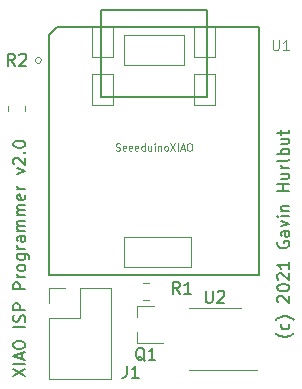
<source format=gbr>
%TF.GenerationSoftware,KiCad,Pcbnew,(5.1.9)-1*%
%TF.CreationDate,2021-01-02T03:16:18-08:00*%
%TF.ProjectId,xiao-isp-programmer,7869616f-2d69-4737-902d-70726f677261,rev?*%
%TF.SameCoordinates,Original*%
%TF.FileFunction,Legend,Top*%
%TF.FilePolarity,Positive*%
%FSLAX46Y46*%
G04 Gerber Fmt 4.6, Leading zero omitted, Abs format (unit mm)*
G04 Created by KiCad (PCBNEW (5.1.9)-1) date 2021-01-02 03:16:18*
%MOMM*%
%LPD*%
G01*
G04 APERTURE LIST*
%ADD10C,0.150000*%
%ADD11C,0.120000*%
%ADD12C,0.100000*%
%ADD13C,0.127000*%
%ADD14C,0.066040*%
%ADD15C,0.101600*%
%ADD16C,0.076200*%
G04 APERTURE END LIST*
D10*
X68905333Y-170940952D02*
X68857714Y-170988571D01*
X68714857Y-171083809D01*
X68619619Y-171131428D01*
X68476761Y-171179047D01*
X68238666Y-171226666D01*
X68048190Y-171226666D01*
X67810095Y-171179047D01*
X67667238Y-171131428D01*
X67572000Y-171083809D01*
X67429142Y-170988571D01*
X67381523Y-170940952D01*
X68476761Y-170131428D02*
X68524380Y-170226666D01*
X68524380Y-170417142D01*
X68476761Y-170512380D01*
X68429142Y-170560000D01*
X68333904Y-170607619D01*
X68048190Y-170607619D01*
X67952952Y-170560000D01*
X67905333Y-170512380D01*
X67857714Y-170417142D01*
X67857714Y-170226666D01*
X67905333Y-170131428D01*
X68905333Y-169798095D02*
X68857714Y-169750476D01*
X68714857Y-169655238D01*
X68619619Y-169607619D01*
X68476761Y-169560000D01*
X68238666Y-169512380D01*
X68048190Y-169512380D01*
X67810095Y-169560000D01*
X67667238Y-169607619D01*
X67572000Y-169655238D01*
X67429142Y-169750476D01*
X67381523Y-169798095D01*
X67619619Y-168321904D02*
X67572000Y-168274285D01*
X67524380Y-168179047D01*
X67524380Y-167940952D01*
X67572000Y-167845714D01*
X67619619Y-167798095D01*
X67714857Y-167750476D01*
X67810095Y-167750476D01*
X67952952Y-167798095D01*
X68524380Y-168369523D01*
X68524380Y-167750476D01*
X67524380Y-167131428D02*
X67524380Y-167036190D01*
X67572000Y-166940952D01*
X67619619Y-166893333D01*
X67714857Y-166845714D01*
X67905333Y-166798095D01*
X68143428Y-166798095D01*
X68333904Y-166845714D01*
X68429142Y-166893333D01*
X68476761Y-166940952D01*
X68524380Y-167036190D01*
X68524380Y-167131428D01*
X68476761Y-167226666D01*
X68429142Y-167274285D01*
X68333904Y-167321904D01*
X68143428Y-167369523D01*
X67905333Y-167369523D01*
X67714857Y-167321904D01*
X67619619Y-167274285D01*
X67572000Y-167226666D01*
X67524380Y-167131428D01*
X67619619Y-166417142D02*
X67572000Y-166369523D01*
X67524380Y-166274285D01*
X67524380Y-166036190D01*
X67572000Y-165940952D01*
X67619619Y-165893333D01*
X67714857Y-165845714D01*
X67810095Y-165845714D01*
X67952952Y-165893333D01*
X68524380Y-166464761D01*
X68524380Y-165845714D01*
X68524380Y-164893333D02*
X68524380Y-165464761D01*
X68524380Y-165179047D02*
X67524380Y-165179047D01*
X67667238Y-165274285D01*
X67762476Y-165369523D01*
X67810095Y-165464761D01*
X67572000Y-163179047D02*
X67524380Y-163274285D01*
X67524380Y-163417142D01*
X67572000Y-163560000D01*
X67667238Y-163655238D01*
X67762476Y-163702857D01*
X67952952Y-163750476D01*
X68095809Y-163750476D01*
X68286285Y-163702857D01*
X68381523Y-163655238D01*
X68476761Y-163560000D01*
X68524380Y-163417142D01*
X68524380Y-163321904D01*
X68476761Y-163179047D01*
X68429142Y-163131428D01*
X68095809Y-163131428D01*
X68095809Y-163321904D01*
X68524380Y-162274285D02*
X68000571Y-162274285D01*
X67905333Y-162321904D01*
X67857714Y-162417142D01*
X67857714Y-162607619D01*
X67905333Y-162702857D01*
X68476761Y-162274285D02*
X68524380Y-162369523D01*
X68524380Y-162607619D01*
X68476761Y-162702857D01*
X68381523Y-162750476D01*
X68286285Y-162750476D01*
X68191047Y-162702857D01*
X68143428Y-162607619D01*
X68143428Y-162369523D01*
X68095809Y-162274285D01*
X67857714Y-161893333D02*
X68524380Y-161655238D01*
X67857714Y-161417142D01*
X68524380Y-161036190D02*
X67857714Y-161036190D01*
X67524380Y-161036190D02*
X67572000Y-161083809D01*
X67619619Y-161036190D01*
X67572000Y-160988571D01*
X67524380Y-161036190D01*
X67619619Y-161036190D01*
X67857714Y-160560000D02*
X68524380Y-160560000D01*
X67952952Y-160560000D02*
X67905333Y-160512380D01*
X67857714Y-160417142D01*
X67857714Y-160274285D01*
X67905333Y-160179047D01*
X68000571Y-160131428D01*
X68524380Y-160131428D01*
X68524380Y-158893333D02*
X67524380Y-158893333D01*
X68000571Y-158893333D02*
X68000571Y-158321904D01*
X68524380Y-158321904D02*
X67524380Y-158321904D01*
X67857714Y-157417142D02*
X68524380Y-157417142D01*
X67857714Y-157845714D02*
X68381523Y-157845714D01*
X68476761Y-157798095D01*
X68524380Y-157702857D01*
X68524380Y-157560000D01*
X68476761Y-157464761D01*
X68429142Y-157417142D01*
X68524380Y-156940952D02*
X67857714Y-156940952D01*
X68048190Y-156940952D02*
X67952952Y-156893333D01*
X67905333Y-156845714D01*
X67857714Y-156750476D01*
X67857714Y-156655238D01*
X68524380Y-156179047D02*
X68476761Y-156274285D01*
X68381523Y-156321904D01*
X67524380Y-156321904D01*
X68524380Y-155798095D02*
X67524380Y-155798095D01*
X67905333Y-155798095D02*
X67857714Y-155702857D01*
X67857714Y-155512380D01*
X67905333Y-155417142D01*
X67952952Y-155369523D01*
X68048190Y-155321904D01*
X68333904Y-155321904D01*
X68429142Y-155369523D01*
X68476761Y-155417142D01*
X68524380Y-155512380D01*
X68524380Y-155702857D01*
X68476761Y-155798095D01*
X67857714Y-154464761D02*
X68524380Y-154464761D01*
X67857714Y-154893333D02*
X68381523Y-154893333D01*
X68476761Y-154845714D01*
X68524380Y-154750476D01*
X68524380Y-154607619D01*
X68476761Y-154512380D01*
X68429142Y-154464761D01*
X67857714Y-154131428D02*
X67857714Y-153750476D01*
X67524380Y-153988571D02*
X68381523Y-153988571D01*
X68476761Y-153940952D01*
X68524380Y-153845714D01*
X68524380Y-153750476D01*
X45172380Y-174592000D02*
X46172380Y-173925333D01*
X45172380Y-173925333D02*
X46172380Y-174592000D01*
X46172380Y-173544380D02*
X45172380Y-173544380D01*
X45886666Y-173115809D02*
X45886666Y-172639619D01*
X46172380Y-173211047D02*
X45172380Y-172877714D01*
X46172380Y-172544380D01*
X45172380Y-172020571D02*
X45172380Y-171830095D01*
X45220000Y-171734857D01*
X45315238Y-171639619D01*
X45505714Y-171592000D01*
X45839047Y-171592000D01*
X46029523Y-171639619D01*
X46124761Y-171734857D01*
X46172380Y-171830095D01*
X46172380Y-172020571D01*
X46124761Y-172115809D01*
X46029523Y-172211047D01*
X45839047Y-172258666D01*
X45505714Y-172258666D01*
X45315238Y-172211047D01*
X45220000Y-172115809D01*
X45172380Y-172020571D01*
X46172380Y-170401523D02*
X45172380Y-170401523D01*
X46124761Y-169972952D02*
X46172380Y-169830095D01*
X46172380Y-169592000D01*
X46124761Y-169496761D01*
X46077142Y-169449142D01*
X45981904Y-169401523D01*
X45886666Y-169401523D01*
X45791428Y-169449142D01*
X45743809Y-169496761D01*
X45696190Y-169592000D01*
X45648571Y-169782476D01*
X45600952Y-169877714D01*
X45553333Y-169925333D01*
X45458095Y-169972952D01*
X45362857Y-169972952D01*
X45267619Y-169925333D01*
X45220000Y-169877714D01*
X45172380Y-169782476D01*
X45172380Y-169544380D01*
X45220000Y-169401523D01*
X46172380Y-168972952D02*
X45172380Y-168972952D01*
X45172380Y-168592000D01*
X45220000Y-168496761D01*
X45267619Y-168449142D01*
X45362857Y-168401523D01*
X45505714Y-168401523D01*
X45600952Y-168449142D01*
X45648571Y-168496761D01*
X45696190Y-168592000D01*
X45696190Y-168972952D01*
X46172380Y-167211047D02*
X45172380Y-167211047D01*
X45172380Y-166830095D01*
X45220000Y-166734857D01*
X45267619Y-166687238D01*
X45362857Y-166639619D01*
X45505714Y-166639619D01*
X45600952Y-166687238D01*
X45648571Y-166734857D01*
X45696190Y-166830095D01*
X45696190Y-167211047D01*
X46172380Y-166211047D02*
X45505714Y-166211047D01*
X45696190Y-166211047D02*
X45600952Y-166163428D01*
X45553333Y-166115809D01*
X45505714Y-166020571D01*
X45505714Y-165925333D01*
X46172380Y-165449142D02*
X46124761Y-165544380D01*
X46077142Y-165592000D01*
X45981904Y-165639619D01*
X45696190Y-165639619D01*
X45600952Y-165592000D01*
X45553333Y-165544380D01*
X45505714Y-165449142D01*
X45505714Y-165306285D01*
X45553333Y-165211047D01*
X45600952Y-165163428D01*
X45696190Y-165115809D01*
X45981904Y-165115809D01*
X46077142Y-165163428D01*
X46124761Y-165211047D01*
X46172380Y-165306285D01*
X46172380Y-165449142D01*
X45505714Y-164258666D02*
X46315238Y-164258666D01*
X46410476Y-164306285D01*
X46458095Y-164353904D01*
X46505714Y-164449142D01*
X46505714Y-164592000D01*
X46458095Y-164687238D01*
X46124761Y-164258666D02*
X46172380Y-164353904D01*
X46172380Y-164544380D01*
X46124761Y-164639619D01*
X46077142Y-164687238D01*
X45981904Y-164734857D01*
X45696190Y-164734857D01*
X45600952Y-164687238D01*
X45553333Y-164639619D01*
X45505714Y-164544380D01*
X45505714Y-164353904D01*
X45553333Y-164258666D01*
X46172380Y-163782476D02*
X45505714Y-163782476D01*
X45696190Y-163782476D02*
X45600952Y-163734857D01*
X45553333Y-163687238D01*
X45505714Y-163592000D01*
X45505714Y-163496761D01*
X46172380Y-162734857D02*
X45648571Y-162734857D01*
X45553333Y-162782476D01*
X45505714Y-162877714D01*
X45505714Y-163068190D01*
X45553333Y-163163428D01*
X46124761Y-162734857D02*
X46172380Y-162830095D01*
X46172380Y-163068190D01*
X46124761Y-163163428D01*
X46029523Y-163211047D01*
X45934285Y-163211047D01*
X45839047Y-163163428D01*
X45791428Y-163068190D01*
X45791428Y-162830095D01*
X45743809Y-162734857D01*
X46172380Y-162258666D02*
X45505714Y-162258666D01*
X45600952Y-162258666D02*
X45553333Y-162211047D01*
X45505714Y-162115809D01*
X45505714Y-161972952D01*
X45553333Y-161877714D01*
X45648571Y-161830095D01*
X46172380Y-161830095D01*
X45648571Y-161830095D02*
X45553333Y-161782476D01*
X45505714Y-161687238D01*
X45505714Y-161544380D01*
X45553333Y-161449142D01*
X45648571Y-161401523D01*
X46172380Y-161401523D01*
X46172380Y-160925333D02*
X45505714Y-160925333D01*
X45600952Y-160925333D02*
X45553333Y-160877714D01*
X45505714Y-160782476D01*
X45505714Y-160639619D01*
X45553333Y-160544380D01*
X45648571Y-160496761D01*
X46172380Y-160496761D01*
X45648571Y-160496761D02*
X45553333Y-160449142D01*
X45505714Y-160353904D01*
X45505714Y-160211047D01*
X45553333Y-160115809D01*
X45648571Y-160068190D01*
X46172380Y-160068190D01*
X46124761Y-159211047D02*
X46172380Y-159306285D01*
X46172380Y-159496761D01*
X46124761Y-159592000D01*
X46029523Y-159639619D01*
X45648571Y-159639619D01*
X45553333Y-159592000D01*
X45505714Y-159496761D01*
X45505714Y-159306285D01*
X45553333Y-159211047D01*
X45648571Y-159163428D01*
X45743809Y-159163428D01*
X45839047Y-159639619D01*
X46172380Y-158734857D02*
X45505714Y-158734857D01*
X45696190Y-158734857D02*
X45600952Y-158687238D01*
X45553333Y-158639619D01*
X45505714Y-158544380D01*
X45505714Y-158449142D01*
X45505714Y-157449142D02*
X46172380Y-157211047D01*
X45505714Y-156972952D01*
X45267619Y-156639619D02*
X45220000Y-156592000D01*
X45172380Y-156496761D01*
X45172380Y-156258666D01*
X45220000Y-156163428D01*
X45267619Y-156115809D01*
X45362857Y-156068190D01*
X45458095Y-156068190D01*
X45600952Y-156115809D01*
X46172380Y-156687238D01*
X46172380Y-156068190D01*
X46077142Y-155639619D02*
X46124761Y-155592000D01*
X46172380Y-155639619D01*
X46124761Y-155687238D01*
X46077142Y-155639619D01*
X46172380Y-155639619D01*
X45172380Y-154972952D02*
X45172380Y-154877714D01*
X45220000Y-154782476D01*
X45267619Y-154734857D01*
X45362857Y-154687238D01*
X45553333Y-154639619D01*
X45791428Y-154639619D01*
X45981904Y-154687238D01*
X46077142Y-154734857D01*
X46124761Y-154782476D01*
X46172380Y-154877714D01*
X46172380Y-154972952D01*
X46124761Y-155068190D01*
X46077142Y-155115809D01*
X45981904Y-155163428D01*
X45791428Y-155211047D01*
X45553333Y-155211047D01*
X45362857Y-155163428D01*
X45267619Y-155115809D01*
X45220000Y-155068190D01*
X45172380Y-154972952D01*
D11*
%TO.C,J1*%
X48200000Y-174812000D02*
X53400000Y-174812000D01*
X48200000Y-169672000D02*
X48200000Y-174812000D01*
X53400000Y-167072000D02*
X53400000Y-174812000D01*
X48200000Y-169672000D02*
X50800000Y-169672000D01*
X50800000Y-169672000D02*
X50800000Y-167072000D01*
X50800000Y-167072000D02*
X53400000Y-167072000D01*
X48200000Y-168402000D02*
X48200000Y-167072000D01*
X48200000Y-167072000D02*
X49530000Y-167072000D01*
%TO.C,Q1*%
X55644000Y-168600000D02*
X55644000Y-169530000D01*
X55644000Y-171760000D02*
X55644000Y-170830000D01*
X55644000Y-171760000D02*
X57804000Y-171760000D01*
X55644000Y-168600000D02*
X57104000Y-168600000D01*
%TO.C,R1*%
X56631064Y-168121000D02*
X56176936Y-168121000D01*
X56631064Y-166651000D02*
X56176936Y-166651000D01*
D12*
%TO.C,U1*%
X47548001Y-147835621D02*
G75*
G03*
X47548001Y-147835621I-254000J0D01*
G01*
D13*
X52577201Y-150926801D02*
X52577201Y-143573501D01*
X61576421Y-150926801D02*
X52577201Y-150926801D01*
X61576421Y-143573501D02*
X61576421Y-150926801D01*
X52582281Y-143573501D02*
X61576421Y-143573501D01*
X48183001Y-145669001D02*
X48183001Y-165996621D01*
X48853561Y-144998441D02*
X48183001Y-145669001D01*
X65980781Y-144998441D02*
X48853561Y-144998441D01*
X65980781Y-165996621D02*
X65980781Y-144998441D01*
X48183001Y-165996621D02*
X65980781Y-165996621D01*
D14*
X60502001Y-147581621D02*
X60502001Y-144914621D01*
X60502001Y-144914621D02*
X62280001Y-144914621D01*
X62280001Y-147581621D02*
X62280001Y-144914621D01*
X60502001Y-147581621D02*
X62280001Y-147581621D01*
X60502001Y-151648161D02*
X60502001Y-148978621D01*
X60502001Y-148978621D02*
X62280001Y-148978621D01*
X62280001Y-151648161D02*
X62280001Y-148978621D01*
X60502001Y-151648161D02*
X62280001Y-151648161D01*
X51866001Y-151648161D02*
X51866001Y-148978621D01*
X51866001Y-148978621D02*
X53644001Y-148978621D01*
X53644001Y-151648161D02*
X53644001Y-148978621D01*
X51866001Y-151648161D02*
X53644001Y-151648161D01*
X51866001Y-147581621D02*
X51866001Y-144914621D01*
X51866001Y-144914621D02*
X53644001Y-144914621D01*
X53644001Y-147581621D02*
X53644001Y-144914621D01*
X51866001Y-147581621D02*
X53644001Y-147581621D01*
X54533001Y-165361621D02*
X54533001Y-162821621D01*
X54533001Y-162821621D02*
X60248001Y-162821621D01*
X60248001Y-165361621D02*
X60248001Y-162821621D01*
X54533001Y-165361621D02*
X60248001Y-165361621D01*
X54533001Y-148216621D02*
X54533001Y-145676621D01*
X54533001Y-145676621D02*
X59613001Y-145676621D01*
X59613001Y-148216621D02*
X59613001Y-145676621D01*
X54533001Y-148216621D02*
X59613001Y-148216621D01*
D11*
%TO.C,U2*%
X62230000Y-168840000D02*
X60030000Y-168840000D01*
X62230000Y-168840000D02*
X64430000Y-168840000D01*
X62230000Y-174060000D02*
X60030000Y-174060000D01*
X62230000Y-174060000D02*
X65830000Y-174060000D01*
%TO.C,R2*%
X44731000Y-152135064D02*
X44731000Y-151680936D01*
X46201000Y-152135064D02*
X46201000Y-151680936D01*
%TO.C,J1*%
D10*
X54784666Y-173696380D02*
X54784666Y-174410666D01*
X54737047Y-174553523D01*
X54641809Y-174648761D01*
X54498952Y-174696380D01*
X54403714Y-174696380D01*
X55784666Y-174696380D02*
X55213238Y-174696380D01*
X55498952Y-174696380D02*
X55498952Y-173696380D01*
X55403714Y-173839238D01*
X55308476Y-173934476D01*
X55213238Y-173982095D01*
%TO.C,Q1*%
X56292761Y-173267619D02*
X56197523Y-173220000D01*
X56102285Y-173124761D01*
X55959428Y-172981904D01*
X55864190Y-172934285D01*
X55768952Y-172934285D01*
X55816571Y-173172380D02*
X55721333Y-173124761D01*
X55626095Y-173029523D01*
X55578476Y-172839047D01*
X55578476Y-172505714D01*
X55626095Y-172315238D01*
X55721333Y-172220000D01*
X55816571Y-172172380D01*
X56007047Y-172172380D01*
X56102285Y-172220000D01*
X56197523Y-172315238D01*
X56245142Y-172505714D01*
X56245142Y-172839047D01*
X56197523Y-173029523D01*
X56102285Y-173124761D01*
X56007047Y-173172380D01*
X55816571Y-173172380D01*
X57197523Y-173172380D02*
X56626095Y-173172380D01*
X56911809Y-173172380D02*
X56911809Y-172172380D01*
X56816571Y-172315238D01*
X56721333Y-172410476D01*
X56626095Y-172458095D01*
%TO.C,R1*%
X59269333Y-167584380D02*
X58936000Y-167108190D01*
X58697904Y-167584380D02*
X58697904Y-166584380D01*
X59078857Y-166584380D01*
X59174095Y-166632000D01*
X59221714Y-166679619D01*
X59269333Y-166774857D01*
X59269333Y-166917714D01*
X59221714Y-167012952D01*
X59174095Y-167060571D01*
X59078857Y-167108190D01*
X58697904Y-167108190D01*
X60221714Y-167584380D02*
X59650285Y-167584380D01*
X59936000Y-167584380D02*
X59936000Y-166584380D01*
X59840761Y-166727238D01*
X59745523Y-166822476D01*
X59650285Y-166870095D01*
%TO.C,U1*%
D15*
X67140666Y-146071166D02*
X67140666Y-146790833D01*
X67183000Y-146875500D01*
X67225333Y-146917833D01*
X67310000Y-146960166D01*
X67479333Y-146960166D01*
X67564000Y-146917833D01*
X67606333Y-146875500D01*
X67648666Y-146790833D01*
X67648666Y-146071166D01*
X68537666Y-146960166D02*
X68029666Y-146960166D01*
X68283666Y-146960166D02*
X68283666Y-146071166D01*
X68199000Y-146198166D01*
X68114333Y-146282833D01*
X68029666Y-146325166D01*
D16*
X53850829Y-155448363D02*
X53937915Y-155477392D01*
X54083058Y-155477392D01*
X54141115Y-155448363D01*
X54170143Y-155419335D01*
X54199172Y-155361278D01*
X54199172Y-155303221D01*
X54170143Y-155245163D01*
X54141115Y-155216135D01*
X54083058Y-155187106D01*
X53966943Y-155158078D01*
X53908886Y-155129049D01*
X53879858Y-155100021D01*
X53850829Y-155041963D01*
X53850829Y-154983906D01*
X53879858Y-154925849D01*
X53908886Y-154896821D01*
X53966943Y-154867792D01*
X54112086Y-154867792D01*
X54199172Y-154896821D01*
X54692658Y-155448363D02*
X54634601Y-155477392D01*
X54518486Y-155477392D01*
X54460429Y-155448363D01*
X54431401Y-155390306D01*
X54431401Y-155158078D01*
X54460429Y-155100021D01*
X54518486Y-155070992D01*
X54634601Y-155070992D01*
X54692658Y-155100021D01*
X54721686Y-155158078D01*
X54721686Y-155216135D01*
X54431401Y-155274192D01*
X55215172Y-155448363D02*
X55157115Y-155477392D01*
X55041001Y-155477392D01*
X54982943Y-155448363D01*
X54953915Y-155390306D01*
X54953915Y-155158078D01*
X54982943Y-155100021D01*
X55041001Y-155070992D01*
X55157115Y-155070992D01*
X55215172Y-155100021D01*
X55244201Y-155158078D01*
X55244201Y-155216135D01*
X54953915Y-155274192D01*
X55737686Y-155448363D02*
X55679629Y-155477392D01*
X55563515Y-155477392D01*
X55505458Y-155448363D01*
X55476429Y-155390306D01*
X55476429Y-155158078D01*
X55505458Y-155100021D01*
X55563515Y-155070992D01*
X55679629Y-155070992D01*
X55737686Y-155100021D01*
X55766715Y-155158078D01*
X55766715Y-155216135D01*
X55476429Y-155274192D01*
X56289229Y-155477392D02*
X56289229Y-154867792D01*
X56289229Y-155448363D02*
X56231172Y-155477392D01*
X56115058Y-155477392D01*
X56057001Y-155448363D01*
X56027972Y-155419335D01*
X55998943Y-155361278D01*
X55998943Y-155187106D01*
X56027972Y-155129049D01*
X56057001Y-155100021D01*
X56115058Y-155070992D01*
X56231172Y-155070992D01*
X56289229Y-155100021D01*
X56840772Y-155070992D02*
X56840772Y-155477392D01*
X56579515Y-155070992D02*
X56579515Y-155390306D01*
X56608543Y-155448363D01*
X56666601Y-155477392D01*
X56753686Y-155477392D01*
X56811743Y-155448363D01*
X56840772Y-155419335D01*
X57131058Y-155477392D02*
X57131058Y-155070992D01*
X57131058Y-154867792D02*
X57102029Y-154896821D01*
X57131058Y-154925849D01*
X57160086Y-154896821D01*
X57131058Y-154867792D01*
X57131058Y-154925849D01*
X57421343Y-155070992D02*
X57421343Y-155477392D01*
X57421343Y-155129049D02*
X57450372Y-155100021D01*
X57508429Y-155070992D01*
X57595515Y-155070992D01*
X57653572Y-155100021D01*
X57682601Y-155158078D01*
X57682601Y-155477392D01*
X58059972Y-155477392D02*
X58001915Y-155448363D01*
X57972886Y-155419335D01*
X57943858Y-155361278D01*
X57943858Y-155187106D01*
X57972886Y-155129049D01*
X58001915Y-155100021D01*
X58059972Y-155070992D01*
X58147058Y-155070992D01*
X58205115Y-155100021D01*
X58234143Y-155129049D01*
X58263172Y-155187106D01*
X58263172Y-155361278D01*
X58234143Y-155419335D01*
X58205115Y-155448363D01*
X58147058Y-155477392D01*
X58059972Y-155477392D01*
X58466372Y-154867792D02*
X58872772Y-155477392D01*
X58872772Y-154867792D02*
X58466372Y-155477392D01*
X59105001Y-155477392D02*
X59105001Y-154867792D01*
X59366258Y-155303221D02*
X59656543Y-155303221D01*
X59308201Y-155477392D02*
X59511401Y-154867792D01*
X59714601Y-155477392D01*
X60033915Y-154867792D02*
X60150029Y-154867792D01*
X60208086Y-154896821D01*
X60266143Y-154954878D01*
X60295172Y-155070992D01*
X60295172Y-155274192D01*
X60266143Y-155390306D01*
X60208086Y-155448363D01*
X60150029Y-155477392D01*
X60033915Y-155477392D01*
X59975858Y-155448363D01*
X59917801Y-155390306D01*
X59888772Y-155274192D01*
X59888772Y-155070992D01*
X59917801Y-154954878D01*
X59975858Y-154896821D01*
X60033915Y-154867792D01*
%TO.C,U2*%
D10*
X61468095Y-167346380D02*
X61468095Y-168155904D01*
X61515714Y-168251142D01*
X61563333Y-168298761D01*
X61658571Y-168346380D01*
X61849047Y-168346380D01*
X61944285Y-168298761D01*
X61991904Y-168251142D01*
X62039523Y-168155904D01*
X62039523Y-167346380D01*
X62468095Y-167441619D02*
X62515714Y-167394000D01*
X62610952Y-167346380D01*
X62849047Y-167346380D01*
X62944285Y-167394000D01*
X62991904Y-167441619D01*
X63039523Y-167536857D01*
X63039523Y-167632095D01*
X62991904Y-167774952D01*
X62420476Y-168346380D01*
X63039523Y-168346380D01*
%TO.C,R2*%
X45299333Y-148280380D02*
X44966000Y-147804190D01*
X44727904Y-148280380D02*
X44727904Y-147280380D01*
X45108857Y-147280380D01*
X45204095Y-147328000D01*
X45251714Y-147375619D01*
X45299333Y-147470857D01*
X45299333Y-147613714D01*
X45251714Y-147708952D01*
X45204095Y-147756571D01*
X45108857Y-147804190D01*
X44727904Y-147804190D01*
X45680285Y-147375619D02*
X45727904Y-147328000D01*
X45823142Y-147280380D01*
X46061238Y-147280380D01*
X46156476Y-147328000D01*
X46204095Y-147375619D01*
X46251714Y-147470857D01*
X46251714Y-147566095D01*
X46204095Y-147708952D01*
X45632666Y-148280380D01*
X46251714Y-148280380D01*
%TD*%
M02*

</source>
